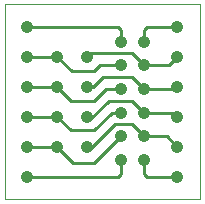
<source format=gbl>
G75*
%MOIN*%
%OFA0B0*%
%FSLAX24Y24*%
%IPPOS*%
%LPD*%
%AMOC8*
5,1,8,0,0,1.08239X$1,22.5*
%
%ADD10C,0.0000*%
%ADD11C,0.0100*%
%ADD12C,0.0413*%
D10*
X000100Y000139D02*
X000100Y006635D01*
X006600Y006635D01*
X006600Y000139D01*
X000100Y000139D01*
D11*
X000850Y000889D02*
X003856Y000889D01*
X003956Y000989D01*
X003956Y001452D01*
X003956Y002239D02*
X003070Y001353D01*
X002381Y001353D01*
X001850Y001889D01*
X000850Y001889D01*
X000850Y002889D02*
X001850Y002889D01*
X002303Y002436D01*
X003070Y002436D01*
X003661Y003026D01*
X003956Y003026D01*
X003759Y002633D02*
X002972Y001845D01*
X002850Y001889D01*
X002972Y002830D02*
X002850Y002889D01*
X002972Y002830D02*
X003563Y003420D01*
X004350Y003420D01*
X004744Y003026D01*
X005712Y003026D01*
X005850Y002889D01*
X005500Y002239D02*
X004744Y002239D01*
X004350Y002633D01*
X003759Y002633D01*
X003070Y003420D02*
X002319Y003420D01*
X001850Y003889D01*
X000850Y003889D01*
X000850Y004889D02*
X001850Y004889D01*
X002334Y004404D01*
X003070Y004404D01*
X003267Y004601D01*
X003956Y004601D01*
X004350Y004208D02*
X003366Y004208D01*
X003047Y003889D01*
X002850Y003889D01*
X003070Y003420D02*
X003464Y003814D01*
X003956Y003814D01*
X004350Y004208D02*
X004744Y003814D01*
X005775Y003814D01*
X005850Y003889D01*
X005563Y004601D02*
X004744Y004601D01*
X004350Y004995D01*
X002956Y004995D01*
X002850Y004889D01*
X003856Y005889D02*
X003956Y005789D01*
X003956Y005389D01*
X003856Y005889D02*
X000850Y005889D01*
X004744Y005789D02*
X004744Y005389D01*
X004744Y005789D02*
X004844Y005889D01*
X005850Y005889D01*
X005850Y004889D02*
X005563Y004601D01*
X005500Y002239D02*
X005850Y001889D01*
X005850Y000889D02*
X004844Y000889D01*
X004744Y000989D01*
X004744Y001452D01*
D12*
X004744Y001452D03*
X004744Y002239D03*
X003956Y002239D03*
X003956Y001452D03*
X002850Y001889D03*
X002850Y002889D03*
X002850Y003889D03*
X002850Y004889D03*
X001850Y004889D03*
X001850Y003889D03*
X000850Y003889D03*
X000850Y004889D03*
X000850Y005889D03*
X000850Y002889D03*
X001850Y002889D03*
X001850Y001889D03*
X000850Y001889D03*
X000850Y000889D03*
X003956Y003026D03*
X004744Y003026D03*
X004744Y003814D03*
X003956Y003814D03*
X003956Y004601D03*
X004744Y004601D03*
X004744Y005389D03*
X003956Y005389D03*
X005850Y005889D03*
X005850Y004889D03*
X005850Y003889D03*
X005850Y002889D03*
X005850Y001889D03*
X005850Y000889D03*
M02*

</source>
